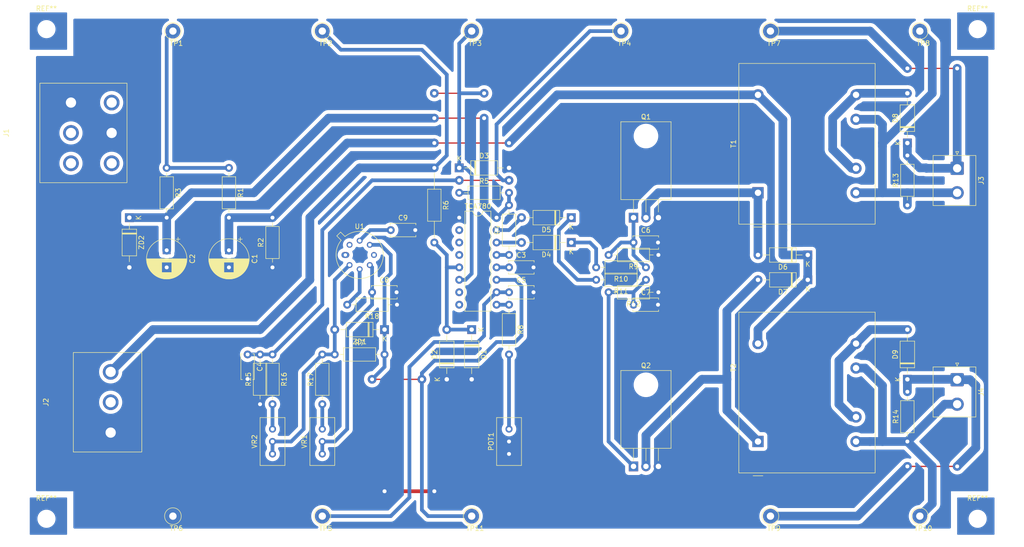
<source format=kicad_pcb>
(kicad_pcb (version 20240108) (generator "pcbnew") (generator_version "8.0")
  (layers (0 "F.Cu" signal) (31 "B.Cu" signal) (34 "B.Paste" user) (35 "F.Paste" user) (36 "B.SilkS" user "B.Silkscreen") (37 "F.SilkS" user "F.Silkscreen") (38 "B.Mask" user) (39 "F.Mask" user) (44 "Edge.Cuts" user))
  (net 0 "")
  (net 1 "CON1-4")
  (net 2 "Net-(D6-K)")
  (net 3 "Net-(ZD2-K)")
  (net 4 "Net-(C3-Pad1)")
  (net 5 "CON1-1")
  (net 6 "Net-(C5-Pad1)")
  (net 7 "Net-(Q1-B)")
  (net 8 "Net-(Q2-B)")
  (net 9 "-15V")
  (net 10 "+15V")
  (net 11 "Net-(D1-K)")
  (net 12 "CON1-2")
  (net 13 "Net-(D4-A)")
  (net 14 "Net-(D4-K)")
  (net 15 "Net-(D5-A)")
  (net 16 "Net-(D5-K)")
  (net 17 "Net-(D6-A)")
  (net 18 "Net-(D7-A)")
  (net 19 "Net-(D8-A)")
  (net 20 "Net-(D8-K)")
  (net 21 "Net-(D9-K)")
  (net 22 "Net-(D9-A)")
  (net 23 "CON1-3")
  (net 24 "CON1-6")
  (net 25 "CON2-2")
  (net 26 "CON2-3")
  (net 27 "Net-(POT1-Pad1)")
  (net 28 "Net-(R4-Pad1)")
  (net 29 "Net-(U1--)")
  (net 30 "Net-(ZD1-K)")
  (net 31 "Net-(R8-Pad1)")
  (net 32 "Net-(J3-Pin_2)")
  (net 33 "Net-(J4-Pin_2)")
  (net 34 "Net-(R16-Pad2)")
  (net 35 "Net-(R17-Pad1)")
  (net 36 "Net-(U1-+)")
  (footprint "Diode_THT:D_A-405_P10.16mm_Horizontal" (layer "F.Cu") (at 41.91 63.5 -90)
    (property "Reference" "ZD2")
    (property "Value" "05Z13U")
  )
  (footprint "MountingHole:MountingHole_3.2mm_M3" (layer "F.Cu") (at 25 125)
    (property "Reference" "REF**")
    (property "Value" "MountingHole_3.2mm_M3")
  )
  (footprint "TestPoint:TestPoint_Loop_D2.54mm_Drill1.5mm_Beaded" (layer "F.Cu") (at 111.76 25.4)
    (property "Reference" "TP3")
    (property "Value" "INHI")
  )
  (footprint "Diode_THT:D_A-405_P10.16mm_Horizontal" (layer "F.Cu") (at 132.08 63.5 180)
    (property "Reference" "D5")
    (property "Value" "1S2095A")
  )
  (footprint "Package_TO_SOT_THT:TO-220-3_Horizontal_TabDown" (layer "F.Cu") (at 144.78 63.5)
    (property "Reference" "Q1")
    (property "Value" "2SD686")
  )
  (footprint "Resistor_THT:R_Axial_DIN0207_L6.3mm_D2.5mm_P10.16mm_Horizontal" (layer "F.Cu") (at 62.23 53.34 -90)
    (property "Reference" "R1")
    (property "Value" "220ohm")
  )
  (footprint "Diode_THT:D_A-405_P10.16mm_Horizontal" (layer "F.Cu") (at 200.66 96.52 90)
    (property "Reference" "D9")
    (property "Value" "1S1835")
  )
  (footprint "Capacitor_THT:C_Disc_D5.0mm_W2.5mm_P5.00mm" (layer "F.Cu") (at 91.44 78.74)
    (property "Reference" "C8")
    (property "Value" "0.01uF")
  )
  (footprint "Diode_THT:D_A-405_P10.16mm_Horizontal" (layer "F.Cu") (at 200.66 48.26 90)
    (property "Reference" "D8")
    (property "Value" "1S1835")
  )
  (footprint "Resistor_THT:R_Axial_DIN0207_L6.3mm_D2.5mm_P10.16mm_Horizontal" (layer "F.Cu") (at 83.82 91.44)
    (property "Reference" "R7")
    (property "Value" "22k")
  )
  (footprint "Potentiometer_THT:Potentiometer_Bourns_3296W_Vertical" (layer "F.Cu") (at 81.28 106.68 90)
    (property "Reference" "VR1")
    (property "Value" "10k")
  )
  (footprint "Diode_THT:D_A-405_P10.16mm_Horizontal" (layer "F.Cu") (at 180.34 76.2 180)
    (property "Reference" "D7")
    (property "Value" "1S2095A")
  )
  (footprint "Resistor_THT:R_Axial_DIN0207_L6.3mm_D2.5mm_P10.16mm_Horizontal" (layer "F.Cu") (at 200.66 109.22 90)
    (property "Reference" "R14")
    (property "Value" "2.2k")
  )
  (footprint "Capacitor_THT:C_Disc_D5.0mm_W2.5mm_P5.00mm" (layer "F.Cu") (at 95.25 66.04)
    (property "Reference" "C9")
    (property "Value" "0.01uF")
  )
  (footprint "Connector_JST:JST_NV_B02P-NV_1x02_P5.00mm_Vertical" (layer "F.Cu") (at 210.82 96.6 -90)
    (property "Reference" "J4")
    (property "Value" "CON4")
  )
  (footprint "Capacitor_THT:CP_Radial_D8.0mm_P3.50mm" (layer "F.Cu") (at 62.23 70.16 -90)
    (property "Reference" "C1")
    (property "Value" "100uF //50V")
  )
  (footprint "Capacitor_THT:C_Disc_D5.0mm_W2.5mm_P5.00mm" (layer "F.Cu") (at 119.38 78.74)
    (property "Reference" "C5")
    (property "Value" "0.047uF")
  )
  (footprint "SamacSys_Parts:B06P-VL" (layer "F.Cu") (at 17.3 46.2 90)
    (property "Reference" "J1")
    (property "Value" "CON1")
  )
  (footprint "Diode_THT:D_A-405_P10.16mm_Horizontal" (layer "F.Cu") (at 109.22 53.34)
    (property "Reference" "D3")
    (property "Value" "1S2095A")
  )
  (footprint "MountingHole:MountingHole_3.2mm_M3" (layer "F.Cu") (at 215 25)
    (property "Reference" "REF**")
    (property "Value" "MountingHole_3.2mm_M3")
  )
  (footprint "Transformer_THT:Transformer_Myrra_EI30-5_44000_Horizontal" (layer "F.Cu") (at 170.18 58.42 90)
    (property "Reference" "T1")
    (property "Value" "SD-212BD")
  )
  (footprint "Transformer_THT:Transformer_Myrra_EI30-5_44000_Horizontal" (layer "F.Cu") (at 170.18 109.22 90)
    (property "Reference" "T2")
    (property "Value" "SD-212BD")
  )
  (footprint "TestPoint:TestPoint_Loop_D2.54mm_Drill1.5mm_Beaded" (layer "F.Cu") (at 50.8 124.46)
    (property "Reference" "TP6")
    (property "Value" "~")
  )
  (footprint "TestPoint:TestPoint_Loop_D2.54mm_Drill1.5mm_Beaded" (layer "F.Cu") (at 172.72 124.46)
    (property "Reference" "TP9")
    (property "Value" "~")
  )
  (footprint "Potentiometer_THT:Potentiometer_Bourns_3296W_Vertical" (layer "F.Cu") (at 71.12 106.68 90)
    (property "Reference" "VR2")
    (property "Value" "10k")
  )
  (footprint "TestPoint:TestPoint_Loop_D2.54mm_Drill1.5mm_Beaded" (layer "F.Cu") (at 111.76 124.46)
    (property "Reference" "TP11")
    (property "Value" "~")
  )
  (footprint "Capacitor_THT:C_Disc_D5.0mm_W2.5mm_P5.00mm" (layer "F.Cu") (at 66.04 91.44 -90)
    (property "Reference" "C4")
    (property "Value" "0.047uF")
  )
  (footprint "Resistor_THT:R_Axial_DIN0207_L6.3mm_D2.5mm_P10.16mm_Horizontal" (layer "F.Cu") (at 81.28 101.6 90)
    (property "Reference" "R17")
    (property "Value" "33k")
  )
  (footprint "TestPoint:TestPoint_Loop_D2.54mm_Drill1.5mm_Beaded" (layer "F.Cu") (at 203.2 25.4)
    (property "Reference" "TP8")
    (property "Value" "~")
  )
  (footprint "Resistor_THT:R_Axial_DIN0207_L6.3mm_D2.5mm_P10.16mm_Horizontal" (layer "F.Cu") (at 149.86 71.12 180)
    (property "Reference" "R9")
    (property "Value" "1k")
  )
  (footprint "MountingHole:MountingHole_3.2mm_M3" (layer "F.Cu") (at 215 125)
    (property "Reference" "REF**")
    (property "Value" "MountingHole_3.2mm_M3")
  )
  (footprint "Resistor_THT:R_Axial_DIN0207_L6.3mm_D2.5mm_P10.16mm_Horizontal" (layer "F.Cu") (at 71.12 91.44 -90)
    (property "Reference" "R16")
    (property "Value" "22k")
  )
  (footprint "Capacitor_THT:C_Disc_D5.0mm_W2.5mm_P5.00mm" (layer "F.Cu") (at 144.78 68.58)
    (property "Reference" "C6")
    (property "Value" "0.01uF")
  )
  (footprint "Potentiometer_THT:Potentiometer_Bourns_3296W_Vertical" (layer "F.Cu") (at 119.38 106.68 90)
    (property "Reference" "POT1")
    (property "Value" "50k")
  )
  (footprint "MountingHole:MountingHole_3.2mm_M3" (layer "F.Cu") (at 25 25)
    (property "Reference" "REF**")
    (property "Value" "MountingHole_3.2mm_M3")
  )
  (footprint "TestPoint:TestPoint_Loop_D2.54mm_Drill1.5mm_Beaded" (layer "F.Cu") (at 203.2 124.46)
    (property "Reference" "TP10")
    (property "Value" "~")
  )
  (footprint "Capacitor_THT:C_Disc_D5.0mm_W2.5mm_P5.00mm" (layer "F.Cu") (at 144.78 81.28)
    (property "Reference" "C7")
    (property "Value" "0.01uF")
  )
  (footprint "Diode_THT:D_A-405_P10.16mm_Horizontal" (layer "F.Cu") (at 180.34 71.12 180)
    (property "Reference" "D6")
    (property "Value" "1S2095A")
  )
  (footprint "Resistor_THT:R_Axial_DIN0207_L6.3mm_D2.5mm_P10.16mm_Horizontal" (layer "F.Cu") (at 71.12 73.66 90)
    (property "Reference" "R2")
    (property "Value" "680ohm")
  )
  (footprint "Resistor_THT:R_Axial_DIN0207_L6.3mm_D2.5mm_P10.16mm_Horizontal" (layer "F.Cu") (at 119.38 71.12 90)
    (property "Reference" "R4")
    (property "Value" "56k")
  )
  (footprint "Resistor_THT:R_Axial_DIN0207_L6.3mm_D2.5mm_P10.16mm_Horizontal" (layer "F.Cu") (at 68.58 101.6 90)
    (property "Reference" "R15")
    (property "Value" "1k")
  )
  (footprint "SamacSys_Parts:B03P-VL" (layer "F.Cu") (at 25.4 101.2 90)
    (property "Reference" "J2")
    (property "Value" "CON2")
  )
  (footprint "Resistor_THT:R_Axial_DIN0207_L6.3mm_D2.5mm_P10.16mm_Horizontal" (layer "F.Cu") (at 49.53 53.34 -90)
    (property "Reference" "R3")
    (property "Value" "220ohm")
  )
  (footprint "Diode_THT:D_A-405_P10.16mm_Horizontal" (layer "F.Cu") (at 111.76 86.36 -90)
    (property "Reference" "D1")
    (property "Value" "1S2095A")
  )
  (footprint "Package_TO_SOT_THT:TO-220-3_Horizontal_TabDown" (layer "F.Cu") (at 144.78 114.3)
    (property "Reference" "Q2")
    (property "Value" "2SD686")
  )
  (footprint "Resistor_THT:R_Axial_DIN0207_L6.3mm_D2.5mm_P15.24mm_Horizontal" (layer "F.Cu") (at 104.14 53.34 -90)
    (property "Reference" "R6")
    (property "Value" "1/2W 1.2M")
  )
  (footprint "Diode_THT:D_A-405_P10.16mm_Horizontal" (layer "F.Cu") (at 106.68 96.52 90)
    (property "Reference" "D2")
    (property "Value" "1S2095A")
  )
  (footprint "Resistor_THT:R_Axial_DIN0207_L6.3mm_D2.5mm_P10.16mm_Horizontal" (layer "F.Cu") (at 147.32 76.2 180)
    (property "Reference" "R11")
    (property "Value" "1k")
  )
  (footprint "TestPoint:TestPoint_Loop_D2.54mm_Drill1.5mm_Beaded" (layer "F.Cu") (at 81.28 124.46)
    (property "Reference" "TP5")
    (property "Value" "~")
  )
  (footprint "Resistor_THT:R_Axial_DIN0207_L6.3mm_D2.5mm_P10.16mm_Horizontal" (layer "F.Cu") (at 200.66 60.96 90)
    (property "Reference" "R13")
    (property "Value" "2.2k")
  )
  (footprint "Capacitor_THT:C_Disc_D5.0mm_W2.5mm_P5.00mm" (layer "F.Cu") (at 119.38 73.66)
    (property "Reference" "C3")
    (property "Value" "100pF")
  )
  (footprint "Resistor_THT:R_Axial_DIN0207_L6.3mm_D2.5mm_P10.16mm_Horizontal" (layer "F.Cu") (at 149.86 78.74 180)
    (property "Reference" "R12")
    (property "Value" "1k")
  )
  (footprint "Capacitor_THT:CP_Radial_D8.0mm_P3.50mm" (layer "F.Cu") (at 49.53 70.16 -90)
    (property "Reference" "C2")
    (property "Value" "100uF /50V")
  )
  (footprint "TestPoint:TestPoint_Loop_D2.54mm_Drill1.5mm_Beaded" (layer "F.Cu") (at 81.28 25.4)
    (property "Reference" "TP2")
    (property "Value" "~")
  )
  (footprint "Resistor_THT:R_Axial_DIN0207_L6.3mm_D2.5mm_P10.16mm_Horizontal" (layer "F.Cu") (at 96.52 81.28 180)
    (property "Reference" "R18")
    (property "Value" "10k")
  )
  (footprint "Package_DIP:DIP-16_W7.62mm" (layer "F.Cu") (at 109.22 63.5)
    (property "Reference" "TCA780")
    (property "Value" "~")
  )
  (footprint "TestPoint:TestPoint_Loop_D2.54mm_Drill1.5mm_Beaded" (layer "F.Cu") (at 50.8 25.4)
    (property "Reference" "TP1")
    (property "Value" "V+(+15V)")
  )
  (footprint "Connector_JST:JST_NV_B02P-NV_1x02_P5.00mm_Vertical" (layer "F.Cu") (at 210.82 53.42 -90)
    (property "Reference" "J3")
    (property "Value" "CON3")
  )
  (footprint "Resistor_THT:R_Axial_DIN0207_L6.3mm_D2.5mm_P10.16mm_Horizontal" (layer "F.Cu") (at 119.38 81.28 -90)
    (property "Reference" "R8")
    (property "Value" "36k")
  )
  (footprint "Diode_THT:D_A-405_P10.16mm_Horizontal" (layer "F.Cu") (at 93.98 86.36 180)
    (property "Reference" "ZD1")
    (property "Value" "9.1V")
  )
  (footprint "Diode_THT:D_A-405_P10.16mm_Horizontal" (layer "F.Cu") (at 132.08 68.58 180)
    (property "Reference" "D4")
    (property "Value" "1S2095A")
  )
  (footprint "TestPoint:TestPoint_Loop_D2.54mm_Drill1.5mm_Beaded" (layer "F.Cu") (at 172.72 25.4)
    (property "Reference" "TP7")
    (property "Value" "~")
  )
  (footprint "TestPoint:TestPoint_Loop_D2.54mm_Drill1.5mm_Beaded" (layer "F.Cu") (at 142.24 25.4)
    (property "Reference" "TP4")
    (property "Value" "~")
  )
  (footprint "Resistor_THT:R_Axial_DIN0207_L6.3mm_D2.5mm_P10.16mm_Horizontal" (layer "F.Cu") (at 109.22 58.42)
    (property "Reference" "R5")
    (property "Value" "1k")
  )
  (footprint "Package_TO_SOT_THT:TO-5-8" (layer "F.Cu") (at 85.985 71.12)
    (property "Reference" "U1")
    (property "Value" "AD741")
  )
  (footprint "Resistor_THT:R_Axial_DIN0207_L6.3mm_D2.5mm_P10.16mm_Horizontal" (layer "F.Cu") (at 147.32 73.66 180)
    (property "Reference" "R10")
    (property "Value" "1k")
  )
  (segment (start 104.14 119.38) (end 93.98 119.38) (width 0.762) (layer "F.Cu") (net 1))
  (via (at 93.98 119.38) (size 1.778) (drill 0.8128) (layers "F.Cu" "B.Cu") (net 1))
  (via (at 104.14 119.38) (size 1.778) (drill 0.8128) (layers "F.Cu" "B.Cu") (net 1))
  (segment (start 96.52 116.84) (end 96.52 81.28) (width 1.778) (layer "B.Cu") (net 1))
  (segment (start 109.22 63.5) (end 102.87 63.5) (width 1.778) (layer "B.Cu") (net 1))
  (segment (start 119.38 109.22) (end 116.84 109.22) (width 1.778) (layer "B.Cu") (net 1))
  (segment (start 50.8 107.4) (end 30.48 107.4) (width 1.778) (layer "B.Cu") (net 1))
  (segment (start 124.38 78.74) (end 127 78.74) (width 1.778) (layer "B.Cu") (net 1))
  (segment (start 50.8 119.38) (end 50.8 107.4) (width 1.778) (layer "B.Cu") (net 1))
  (segment (start 119.38 53.34) (end 123.19 53.34) (width 1.778) (layer "B.Cu") (net 1))
  (segment (start 123.19 53.34) (end 127 57.15) (width 1.778) (layer "B.Cu") (net 1))
  (segment (start 127 57.15) (end 127 73.66) (width 1.778) (layer "B.Cu") (net 1))
  (segment (start 100.25 66.04) (end 99.06 67.23) (width 1.778) (layer "B.Cu") (net 1))
  (segment (start 128.27 78.74) (end 128.27 119.3) (width 1.778) (layer "B.Cu") (net 1))
  (segment (start 99.06 76.12) (end 96.44 78.74) (width 1.778) (layer "B.Cu") (net 1))
  (segment (start 96.52 81.28) (end 96.44 81.2) (width 1.778) (layer "B.Cu") (net 1))
  (segment (start 93.98 119.38) (end 50.8 119.38) (width 1.778) (layer "B.Cu") (net 1))
  (segment (start 149.86 81.2) (end 149.78 81.28) (width 1.778) (layer "B.Cu") (net 1))
  (segment (start 93.98 119.38) (end 96.52 116.84) (width 1.778) (layer "B.Cu") (net 1))
  (segment (start 116.84 109.22) (end 111.76 104.14) (width 1.778) (layer "B.Cu") (net 1))
  (segment (start 149.86 114.3) (end 149.86 119.38) (width 1.778) (layer "B.Cu") (net 1))
  (segment (start 119.38 119.38) (end 119.38 109.22) (width 1.778) (layer "B.Cu") (net 1))
  (segment (start 66.04 101.6) (end 66.04 96.44) (width 1.778) (layer "B.Cu") (net 1))
  (segment (start 149.86 119.38) (end 119.38 119.38) (width 1.778) (layer "B.Cu") (net 1))
  (segment (start 68.58 101.6) (end 66.04 101.6) (width 1.778) (layer "B.Cu") (net 1))
  (segment (start 60.24 107.4) (end 50.8 107.4) (width 1.778) (layer "B.Cu") (net 1))
  (segment (start 30.48 85.09) (end 41.91 73.66) (width 1.778) (layer "B.Cu") (net 1))
  (segment (start 119.38 119.38) (end 104.14 119.38) (width 1.778) (layer "B.Cu") (net 1))
  (segment (start 102.87 63.5) (end 100.33 66.04) (width 1.778) (layer "B.Cu") (net 1))
  (segment (start 100.33 66.04) (end 100.25 66.04) (width 1.778) (layer "B.Cu") (net 1))
  (segment (start 111.76 96.52) (end 106.68 96.52) (width 1.778) (layer "B.Cu") (net 1))
  (segment (start 96.44 81.2) (end 96.44 78.74) (width 1.778) (layer "B.Cu") (net 1))
  (segment (start 99.06 67.23) (end 99.06 76.12) (width 1.778) (layer "B.Cu") (net 1))
  (segment (start 66.04 101.6) (end 60.24 107.4) (width 1.778) (layer "B.Cu") (net 1))
  (segment (start 111.76 104.14) (end 111.76 96.52) (width 1.778) (layer "B.Cu") (net 1))
  (segment (start 124.38 73.66) (end 127 73.66) (width 1.778) (layer "B.Cu") (net 1))
  (segment (start 50.8 124.46) (end 50.8 119.38) (width 1.778) (layer "B.Cu") (net 1))
  (segment (start 127 73.66) (end 127 78.74) (width 1.778) (layer "B.Cu") (net 1))
  (segment (start 149.86 63.5) (end 149.86 81.2) (width 1.778) (layer "B.Cu") (net 1))
  (segment (start 41.91 73.66) (end 71.12 73.66) (width 1.778) (layer "B.Cu") (net 1))
  (segment (start 30.48 107.4) (end 30.48 85.09) (width 1.778) (layer "B.Cu") (net 1))
  (segment (start 119.38 48.26) (end 118.11 48.26) (width 0.25) (layer "F.Cu") (net 2))
  (segment (start 118.11 48.26) (end 104.14 48.26) (width 0.25) (layer "F.Cu") (net 2))
  (via (at 104.14 48.26) (size 1.778) (drill 0.8128) (layers "F.Cu" "B.Cu") (net 2))
  (via (at 119.38 48.26) (size 1.778) (drill 0.8128) (layers "F.Cu" "B.Cu") (net 2))
  (segment (start 71.12 63.5) (end 62.23 63.5) (width 1.778) (layer "B.Cu") (net 2))
  (segment (start 86.36 48.26) (end 71.12 63.5) (width 1.778) (layer "B.Cu") (net 2))
  (segment (start 129.22 38.42) (end 119.38 48.26) (width 1.778) (layer "B.Cu") (net 2))
  (segment (start 62.23 70.16) (end 62.23 63.5) (width 1.778) (layer "B.Cu") (net 2))
  (segment (start 170.18 38.42) (end 129.22 38.42) (width 1.778) (layer "B.Cu") (net 2))
  (segment (start 104.14 48.26) (end 86.36 48.26) (width 1.778) (layer "B.Cu") (net 2))
  (segment (start 170.18 86.36) (end 170.18 89.22) (width 1.778) (layer "B.Cu") (net 2))
  (segment (start 175.26 43.5) (end 170.18 38.42) (width 1.778) (layer "B.Cu") (net 2))
  (segment (start 175.26 66.04) (end 175.26 43.5) (width 1.778) (layer "B.Cu") (net 2))
  (segment (start 175.26 71.12) (end 175.26 66.04) (width 1.778) (layer "B.Cu") (net 2))
  (segment (start 180.34 71.12) (end 180.34 76.2) (width 1.778) (layer "B.Cu") (net 2))
  (segment (start 180.34 76.2) (end 170.18 86.36) (width 1.778) (layer "B.Cu") (net 2))
  (segment (start 180.34 71.12) (end 175.26 71.12) (width 1.778) (layer "B.Cu") (net 2))
  (segment (start 114.3 43.18) (end 104.14 43.18) (width 0.25) (layer "F.Cu") (net 3))
  (via (at 114.3 43.18) (size 1.778) (drill 0.8128) (layers "F.Cu" "B.Cu") (net 3))
  (via (at 104.14 43.18) (size 1.778) (drill 0.8128) (layers "F.Cu" "B.Cu") (net 3))
  (segment (start 82.55 43.18) (end 67.31 58.42) (width 1.778) (layer "B.Cu") (net 3))
  (segment (start 114.3 43.18) (end 114.3 60.96) (width 1.778) (layer "B.Cu") (net 3))
  (segment (start 119.38 60.96) (end 116.84 63.5) (width 0.762) (layer "B.Cu") (net 3))
  (segment (start 119.38 58.42) (end 119.38 60.96) (width 0.762) (layer "B.Cu") (net 3))
  (segment (start 49.53 70.16) (end 49.53 63.5) (width 1.778) (layer "B.Cu") (net 3))
  (segment (start 41.91 63.5) (end 49.53 63.5) (width 1.778) (layer "B.Cu") (net 3))
  (segment (start 114.3 60.96) (end 116.84 63.5) (width 1.778) (layer "B.Cu") (net 3))
  (segment (start 54.61 58.42) (end 49.53 63.5) (width 1.778) (layer "B.Cu") (net 3))
  (segment (start 67.31 58.42) (end 54.61 58.42) (width 1.778) (layer "B.Cu") (net 3))
  (segment (start 104.14 43.18) (end 82.55 43.18) (width 1.778) (layer "B.Cu") (net 3))
  (segment (start 116.84 73.66) (end 119.38 73.66) (width 0.762) (layer "B.Cu") (net 4))
  (segment (start 109.22 55.88) (end 119.38 55.88) (width 0.25) (layer "F.Cu") (net 5))
  (via (at 119.38 55.88) (size 1.778) (drill 0.8128) (layers "F.Cu" "B.Cu") (net 5))
  (via (at 109.22 55.88) (size 1.778) (drill 0.8128) (layers "F.Cu" "B.Cu") (net 5))
  (segment (start 71.12 91.44) (end 81.28 81.28) (width 0.762) (layer "B.Cu") (net 5))
  (segment (start 81.28 81.28) (end 81.28 66.04) (width 0.762) (layer "B.Cu") (net 5))
  (segment (start 91.44 55.88) (end 109.22 55.88) (width 0.762) (layer "B.Cu") (net 5))
  (segment (start 135.89 25.4) (end 142.24 25.4) (width 0.762) (layer "B.Cu") (net 5))
  (segment (start 118.11 55.88) (end 116.84 54.61) (width 0.762) (layer "B.Cu") (net 5))
  (segment (start 81.28 66.04) (end 91.44 55.88) (width 0.762) (layer "B.Cu") (net 5))
  (segment (start 66.04 91.44) (end 71.12 91.44) (width 0.762) (layer "B.Cu") (net 5))
  (segment (start 116.84 44.45) (end 135.89 25.4) (width 0.762) (layer "B.Cu") (net 5))
  (segment (start 116.84 54.61) (end 116.84 44.45) (width 0.762) (layer "B.Cu") (net 5))
  (segment (start 119.38 55.88) (end 118.11 55.88) (width 0.762) (layer "B.Cu") (net 5))
  (segment (start 113.03 88.9) (end 114.3 87.63) (width 0.762) (layer "B.Cu") (net 6))
  (segment (start 114.3 81.28) (end 116.84 78.74) (width 0.762) (layer "B.Cu") (net 6))
  (segment (start 95.25 124.46) (end 99.06 120.65) (width 0.762) (layer "B.Cu") (net 6))
  (segment (start 114.3 87.63) (end 114.3 81.28) (width 0.762) (layer "B.Cu") (net 6))
  (segment (start 99.06 93.98) (end 104.14 88.9) (width 0.762) (layer "B.Cu") (net 6))
  (segment (start 104.14 88.9) (end 113.03 88.9) (width 0.762) (layer "B.Cu") (net 6))
  (segment (start 81.28 124.46) (end 95.25 124.46) (width 0.762) (layer "B.Cu") (net 6))
  (segment (start 99.06 120.65) (end 99.06 93.98) (width 0.762) (layer "B.Cu") (net 6))
  (segment (start 116.84 78.74) (end 119.38 78.74) (width 0.762) (layer "B.Cu") (net 6))
  (segment (start 142.24 68.58) (end 139.7 71.12) (width 0.762) (layer "B.Cu") (net 7))
  (segment (start 144.78 71.12) (end 144.78 68.58) (width 0.762) (layer "B.Cu") (net 7))
  (segment (start 144.78 68.58) (end 142.24 68.58) (width 0.762) (layer "B.Cu") (net 7))
  (segment (start 144.78 63.5) (end 144.78 68.58) (width 0.762) (layer "B.Cu") (net 7))
  (segment (start 147.32 73.66) (end 144.78 71.12) (width 0.762) (layer "B.Cu") (net 7))
  (segment (start 139.7 109.22) (end 144.78 114.3) (width 0.762) (layer "B.Cu") (net 8))
  (segment (start 139.7 78.74) (end 144.78 78.74) (width 0.762) (layer "B.Cu") (net 8))
  (segment (start 147.32 76.2) (end 144.78 78.74) (width 0.762) (layer "B.Cu") (net 8))
  (segment (start 139.7 78.74) (end 139.7 109.22) (width 0.762) (layer "B.Cu") (net 8))
  (segment (start 144.78 78.74) (end 144.78 81.28) (width 0.762) (layer "B.Cu") (net 8))
  (segment (start 83.82 109.22) (end 81.28 109.22) (width 0.762) (layer "B.Cu") (net 9))
  (segment (start 90.969752 73.184752) (end 91.44 73.655) (width 0.762) (layer "B.Cu") (net 9))
  (segment (start 86.36 106.68) (end 83.82 109.22) (width 0.762) (layer "B.Cu") (net 9))
  (segment (start 86.36 86.36) (end 86.36 106.68) (width 0.762) (layer "B.Cu") (net 9))
  (segment (start 91.44 78.74) (end 91.44 81.28) (width 0.762) (layer "B.Cu") (net 9))
  (segment (start 81.28 109.22) (end 81.28 111.76) (width 0.762) (layer "B.Cu") (net 9))
  (segment (start 91.44 81.28) (end 86.36 86.36) (width 0.762) (layer "B.Cu") (net 9))
  (segment (start 91.44 78.74) (end 91.44 73.655) (width 0.762) (layer "B.Cu") (net 9))
  (segment (start 91.065 66.04) (end 88.905 68.2) (width 0.762) (layer "B.Cu") (net 10))
  (segment (start 95.25 66.04) (end 91.065 66.04) (width 0.762) (layer "B.Cu") (net 10))
  (segment (start 109.22 73.66) (end 106.68 73.66) (width 0.762) (layer "B.Cu") (net 11))
  (segment (start 106.68 86.36) (end 106.68 73.66) (width 0.762) (layer "B.Cu") (net 11))
  (segment (start 106.68 73.66) (end 106.68 71.12) (width 0.762) (layer "B.Cu") (net 11))
  (segment (start 106.68 86.36) (end 111.76 86.36) (width 0.762) (layer "B.Cu") (net 11))
  (segment (start 106.68 71.12) (end 104.14 68.58) (width 0.762) (layer "B.Cu") (net 11))
  (segment (start 49.53 53.34) (end 62.23 53.34) (width 0.762) (layer "B.Cu") (net 12))
  (segment (start 49.53 26.67) (end 49.53 53.34) (width 0.762) (layer "B.Cu") (net 12))
  (segment (start 50.8 25.4) (end 49.53 26.67) (width 0.762) (layer "B.Cu") (net 12))
  (segment (start 116.84 68.58) (end 121.92 68.58) (width 0.762) (layer "B.Cu") (net 13))
  (segment (start 135.89 68.58) (end 137.16 69.85) (width 0.762) (layer "B.Cu") (net 14))
  (segment (start 137.16 69.85) (end 137.16 73.66) (width 0.762) (layer "B.Cu") (net 14))
  (segment (start 132.08 68.58) (end 135.89 68.58) (width 0.762) (layer "B.Cu") (net 14))
  (segment (start 116.84 66.04) (end 119.38 66.04) (width 0.762) (layer "B.Cu") (net 15))
  (segment (start 119.38 66.04) (end 121.92 63.5) (width 0.762) (layer "B.Cu") (net 15))
  (segment (start 132.08 63.5) (end 129.54 66.04) (width 0.762) (layer "B.Cu") (net 16))
  (segment (start 133.35 76.2) (end 137.16 76.2) (width 0.762) (layer "B.Cu") (net 16))
  (segment (start 129.54 72.39) (end 133.35 76.2) (width 0.762) (layer "B.Cu") (net 16))
  (segment (start 129.54 66.04) (end 129.54 72.39) (width 0.762) (layer "B.Cu") (net 16))
  (segment (start 147.32 60.96) (end 147.32 63.5) (width 1.778) (layer "B.Cu") (net 17))
  (segment (start 149.86 58.42) (end 147.32 60.96) (width 1.778) (layer "B.Cu") (net 17))
  (segment (start 170.18 58.42) (end 149.86 58.42) (width 1.778) (layer "B.Cu") (net 17))
  (segment (start 170.18 71.12) (end 170.18 58.42) (width 1.778) (layer "B.Cu") (net 17))
  (segment (start 163.83 96.52) (end 158.75 96.52) (width 1.778) (layer "B.Cu") (net 18))
  (segment (start 158.75 96.52) (end 147.32 107.95) (width 1.778) (layer "B.Cu") (net 18))
  (segment (start 163.83 102.87) (end 170.18 109.22) (width 1.778) (layer "B.Cu") (net 18))
  (segment (start 163.83 82.55) (end 163.83 96.52) (width 1.778) (layer "B.Cu") (net 18))
  (segment (start 163.83 96.52) (end 163.83 102.87) (width 1.778) (layer "B.Cu") (net 18))
  (segment (start 170.18 76.2) (end 163.83 82.55) (width 1.778) (layer "B.Cu") (net 18))
  (segment (start 147.32 107.95) (end 147.32 114.3) (width 1.778) (layer "B.Cu") (net 18))
  (segment (start 200.66 38.1) (end 190.5 38.1) (width 1.778) (layer "B.Cu") (net 19))
  (segment (start 185.42 49.53) (end 185.42 43.18) (width 1.778) (layer "B.Cu") (net 19))
  (segment (start 185.42 43.18) (end 190.18 38.42) (width 1.778) (layer "B.Cu") (net 19))
  (segment (start 189.31 53.42) (end 185.42 49.53) (width 1.778) (layer "B.Cu") (net 19))
  (segment (start 190.5 38.1) (end 190.18 38.42) (width 1.778) (layer "B.Cu") (net 19))
  (segment (start 190.18 53.42) (end 189.31 53.42) (width 1.778) (layer "B.Cu") (net 19))
  (segment (start 200.66 33.02) (end 210.82 33.02) (width 0.25) (layer "F.Cu") (net 20))
  (via (at 200.66 33.02) (size 1.778) (drill 0.8128) (layers "F.Cu" "B.Cu") (net 20))
  (via (at 210.82 33.02) (size 1.778) (drill 0.8128) (layers "F.Cu" "B.Cu") (net 20))
  (segment (start 204.47 53.34) (end 204.55 53.42) (width 1.778) (layer "B.Cu") (net 20))
  (segment (start 200.66 48.26) (end 200.66 50.8) (width 1.778) (layer "B.Cu") (net 20))
  (segment (start 200.66 50.8) (end 203.2 53.34) (width 1.778) (layer "B.Cu") (net 20))
  (segment (start 172.72 25.4) (end 193.04 25.4) (width 1.778) (layer "B.Cu") (net 20))
  (segment (start 210.82 33.02) (end 210.82 53.42) (width 1.778) (layer "B.Cu") (net 20))
  (segment (start 193.04 25.4) (end 200.66 33.02) (width 1.778) (layer "B.Cu") (net 20))
  (segment (start 203.2 53.34) (end 204.47 53.34) (width 1.778) (layer "B.Cu") (net 20))
  (segment (start 204.55 53.42) (end 210.82 53.42) (width 1.778) (layer "B.Cu") (net 20))
  (segment (start 200.66 114.3) (end 210.82 114.3) (width 0.25) (layer "F.Cu") (net 21))
  (via (at 200.66 114.3) (size 1.778) (drill 0.8128) (layers "F.Cu" "B.Cu") (net 21))
  (via (at 210.82 114.3) (size 1.778) (drill 0.8128) (layers "F.Cu" "B.Cu") (net 21))
  (segment (start 213.44 96.6) (end 210.82 96.6) (width 1.778) (layer "B.Cu") (net 21))
  (segment (start 200.66 99.06) (end 200.66 96.52) (width 1.778) (layer "B.Cu") (net 21))
  (segment (start 190.5 124.46) (end 200.66 114.3) (width 1.778) (layer "B.Cu") (net 21))
  (segment (start 172.72 124.46) (end 190.5 124.46) (width 1.778) (layer "B.Cu") (net 21))
  (segment (start 214.63 110.49) (end 214.63 97.79) (width 1.778) (layer "B.Cu") (net 21))
  (segment (start 214.63 97.79) (end 213.44 96.6) (width 1.778) (layer "B.Cu") (net 21))
  (segment (start 200.66 96.52) (end 210.74 96.52) (width 1.778) (layer "B.Cu") (net 21))
  (segment (start 210.74 96.52) (end 210.82 96.6) (width 1.778) (layer "B.Cu") (net 21))
  (segment (start 210.82 114.3) (end 214.63 110.49) (width 1.778) (layer "B.Cu") (net 21))
  (segment (start 189.31 104.22) (end 186.69 101.6) (width 1.778) (layer "B.Cu") (net 22))
  (segment (start 190.18 104.22) (end 189.31 104.22) (width 1.778) (layer "B.Cu") (net 22))
  (segment (start 186.69 92.71) (end 190.18 89.22) (width 1.778) (layer "B.Cu") (net 22))
  (segment (start 186.69 101.6) (end 186.69 92.71) (width 1.778) (layer "B.Cu") (net 22))
  (segment (start 200.66 86.36) (end 193.04 86.36) (width 1.778) (layer "B.Cu") (net 22))
  (segment (start 193.04 86.36) (end 190.18 89.22) (width 1.778) (layer "B.Cu") (net 22))
  (segment (start 113.03 38.1) (end 104.14 38.1) (width 0.25) (layer "F.Cu") (net 23))
  (segment (start 114.3 38.1) (end 113.03 38.1) (width 0.25) (layer "F.Cu") (net 23))
  (via (at 104.14 38.1) (size 1.778) (drill 0.8128) (layers "F.Cu" "B.Cu") (net 23))
  (via (at 114.3 38.1) (size 1.778) (drill 0.8128) (layers "F.Cu" "B.Cu") (net 23))
  (segment (start 109.22 38.1) (end 109.22 27.94) (width 0.762) (layer "B.Cu") (net 23))
  (segment (start 109.22 53.34) (end 110.49 53.34) (width 0.762) (layer "B.Cu") (net 23))
  (segment (start 110.49 53.34) (end 111.76 54.61) (width 0.762) (layer "B.Cu") (net 23))
  (segment (start 111.76 74.93) (end 111.76 58.42) (width 0.762) (layer "B.Cu") (net 23))
  (segment (start 109.22 27.94) (end 111.76 25.4) (width 0.762) (layer "B.Cu") (net 23))
  (segment (start 111.76 54.61) (end 111.76 58.42) (width 0.762) (layer "B.Cu") (net 23))
  (segment (start 109.22 53.34) (end 109.22 38.1) (width 0.762) (layer "B.Cu") (net 23))
  (segment (start 109.22 38.1) (end 114.3 38.1) (width 0.762) (layer "B.Cu") (net 23))
  (segment (start 109.22 76.2) (end 110.49 76.2) (width 0.762) (layer "B.Cu") (net 23))
  (segment (start 110.49 76.2) (end 111.76 74.93) (width 0.762) (layer "B.Cu") (net 23))
  (segment (start 111.76 58.42) (end 109.22 58.42) (width 0.762) (layer "B.Cu") (net 23))
  (segment (start 78.74 76.2) (end 78.74 63.5) (width 1.778) (layer "B.Cu") (net 26))
  (segment (start 46.74 86.36) (end 68.58 86.36) (width 1.778) (layer "B.Cu") (net 26))
  (segment (start 68.58 86.36) (end 78.74 76.2) (width 1.778) (layer "B.Cu") (net 26))
  (segment (start 78.74 63.5) (end 88.9 53.34) (width 1.778) (layer "B.Cu") (net 26))
  (segment (start 38.1 95) (end 46.74 86.36) (width 1.778) (layer "B.Cu") (net 26))
  (segment (start 106.68 34.29) (end 106.68 50.8) (width 0.762) (layer "B.Cu") (net 26))
  (segment (start 81.28 25.4) (end 85.09 29.21) (width 0.762) (layer "B.Cu") (net 26))
  (segment (start 106.68 50.8) (end 104.14 53.34) (width 0.762) (layer "B.Cu") (net 26))
  (segment (start 88.9 53.34) (end 104.14 53.34) (width 1.778) (layer "B.Cu") (net 26))
  (segment (start 101.6 29.21) (end 106.68 34.29) (width 0.762) (layer "B.Cu") (net 26))
  (segment (start 85.09 29.21) (end 101.6 29.21) (width 0.762) (layer "B.Cu") (net 26))
  (segment (start 119.38 91.44) (end 119.38 106.68) (width 0.762) (layer "B.Cu") (net 27))
  (segment (start 116.84 71.12) (end 119.38 71.12) (width 0.762) (layer "B.Cu") (net 28))
  (segment (start 83.82 76.205) (end 83.82 91.44) (width 0.762) (layer "B.Cu") (net 29))
  (segment (start 77.47 95.25) (end 81.28 91.44) (width 0.762) (layer "B.Cu") (net 29))
  (segment (start 71.12 109.22) (end 74.93 109.22) (width 0.762) (layer "B.Cu") (net 29))
  (segment (start 77.47 106.68) (end 77.47 95.25) (width 0.762) (layer "B.Cu") (net 29))
  (segment (start 71.12 111.76) (end 71.12 109.22) (width 0.762) (layer "B.Cu") (net 29))
  (segment (start 74.93 109.22) (end 77.47 106.68) (width 0.762) (layer "B.Cu") (net 29))
  (segment (start 83.82 91.44) (end 81.28 91.44) (width 0.762) (layer "B.Cu") (net 29))
  (segment (start 86.840248 73.184752) (end 83.82 76.205) (width 0.762) (layer "B.Cu") (net 29))
  (segment (start 101.6 96.52) (end 91.44 96.52) (width 0.25) (layer "F.Cu") (net 30))
  (via (at 101.6 96.52) (size 1.778) (drill 0.8128) (layers "F.Cu" "B.Cu") (net 30))
  (via (at 91.44 96.52) (size 1.778) (drill 0.8128) (layers "F.Cu" "B.Cu") (net 30))
  (segment (start 90.969752 69.055248) (end 93.185248 69.055248) (width 0.762) (layer "B.Cu") (net 30))
  (segment (start 101.6 95.25) (end 104.14 92.71) (width 0.762) (layer "B.Cu") (net 30))
  (segment (start 102.87 124.46) (end 111.76 124.46) (width 0.762) (layer "B.Cu") (net 30))
  (segment (start 116.84 88.9) (end 120.65 88.9) (width 0.762) (layer "B.Cu") (net 30))
  (segment (start 93.185248 69.055248) (end 95.25 71.12) (width 0.762) (layer "B.Cu") (net 30))
  (segment (start 93.98 76.2) (end 93.98 93.98) (width 0.762) (layer "B.Cu") (net 30))
  (segment (start 120.65 88.9) (end 121.92 87.63) (width 0.762) (layer "B.Cu") (net 30))
  (segment (start 101.6 96.52) (end 101.6 123.19) (width 0.762) (layer "B.Cu") (net 30))
  (segment (start 121.92 87.63) (end 121.92 77.47) (width 0.762) (layer "B.Cu") (net 30))
  (segment (start 120.65 76.2) (end 116.84 76.2) (width 0.762) (layer "B.Cu") (net 30))
  (segment (start 95.25 74.93) (end 93.98 76.2) (width 0.762) (layer "B.Cu") (net 30))
  (segment (start 113.03 92.71) (end 116.84 88.9) (width 0.762) (layer "B.Cu") (net 30))
  (segment (start 121.92 77.47) (end 120.65 76.2) (width 0.762) (layer "B.Cu") (net 30))
  (segment (start 104.14 92.71) (end 113.03 92.71) (width 0.762) (layer "B.Cu") (net 30))
  (segment (start 101.6 96.52) (end 101.6 95.25) (width 0.762) (layer "B.Cu") (net 30))
  (segment (start 101.6 123.19) (end 102.87 124.46) (width 0.762) (layer "B.Cu") (net 30))
  (segment (start 93.98 93.98) (end 91.44 96.52) (width 0.762) (layer "B.Cu") (net 30))
  (segment (start 95.25 71.12) (end 95.25 74.93) (width 0.762) (layer "B.Cu") (net 30))
  (segment (start 116.84 81.28) (end 119.38 81.28) (width 0.762) (layer "B.Cu") (net 31))
  (segment (start 194.55 43.42) (end 195.58 44.45) (width 1.778) (layer "B.Cu") (net 32))
  (segment (start 203.2 25.4) (end 205.74 27.94) (width 1.778) (layer "B.Cu") (net 32))
  (segment (start 195.58 48.9) (end 195.58 58.42) (width 1.778) (layer "B.Cu") (net 32))
  (segment (start 205.74 38.1) (end 195.58 48.26) (width 1.778) (layer "B.Cu") (net 32))
  (segment (start 200.66 60.96) (end 200.66 58.42) (width 1.778) (layer "B.Cu") (net 32))
  (segment (start 194.31 58.42) (end 200.66 58.42) (width 1.778) (layer "B.Cu") (net 32))
  (segment (start 205.74 27.94) (end 205.74 38.1) (width 1.778) (layer "B.Cu") (net 32))
  (segment (start 190.18 58.42) (end 194.31 58.42) (width 1.778) (layer "B.Cu") (net 32))
  (segment (start 195.58 44.45) (end 195.58 48.26) (width 1.778) (layer "B.Cu") (net 32))
  (segment (start 200.66 58.42) (end 210.82 58.42) (width 1.778) (layer "B.Cu") (net 32))
  (segment (start 190.18 43.42) (end 194.55 43.42) (width 1.778) (layer "B.Cu") (net 32))
  (segment (start 195.58 48.26) (end 195.58 48.9) (width 1.778) (layer "B.Cu") (net 32))
  (segment (start 193.04 109.22) (end 190.18 109.22) (width 1.778) (layer "B.Cu") (net 33))
  (segment (start 192.01 94.22) (end 195.58 97.79) (width 1.778) (layer "B.Cu") (net 33))
  (segment (start 208.28 101.6) (end 200.66 109.22) (width 1.778) (layer "B.Cu") (net 33))
  (segment (start 210.82 101.6) (end 208.28 101.6) (width 1.778) (layer "B.Cu") (net 33))
  (segment (start 205.74 121.92) (end 203.2 124.46) (width 1.778) (layer "B.Cu") (net 33))
  (segment (start 200.66 109.22) (end 193.04 109.22) (width 1.778) (layer "B.Cu") (net 33))
  (segment (start 200.66 109.22) (end 205.74 114.3) (width 1.778) (layer "B.Cu") (net 33))
  (segment (start 205.74 114.3) (end 205.74 121.92) (width 1.778) (layer "B.Cu") (net 33))
  (segment (start 190.18 94.22) (end 192.01 94.22) (width 1.778) (layer "B.Cu") (net 33))
  (segment (start 195.58 97.79) (end 195.58 109.22) (width 1.778) (layer "B.Cu") (net 33))
  (segment (start 71.12 101.6) (end 71.12 106.68) (width 0.762) (layer "B.Cu") (net 34))
  (segment (start 81.28 101.6) (end 81.28 106.68) (width 0.762) (layer "B.Cu") (net 35))
  (segment (start 88.905 78.735) (end 86.36 81.28) (width 0.762) (layer "B.Cu") (net 36))
  (segment (start 88.905 74.04) (end 88.905 78.735) (width 0.762) (layer "B.Cu") (net 36))
  (zone (net 0) (net_name "") (layer "B.Cu") (priority 10) (connect_pads yes (clearance 0.508)) (min_thickness 0.254) (fill yes (thermal_gap 0.508) (thermal_bridge_width 0.508) (island_removal_mode 1) (island_area_min 9.999999))
    (polygon (pts (xy 21.59 21.59) (xy 21.59 29.21) (xy 29.21 29.21) (xy 29.21 21.59)))
  )
  (zone (net 0) (net_name "") (layer "B.Cu") (priority 10) (connect_pads yes (clearance 0.508)) (min_thickness 0.254) (fill yes (thermal_gap 0.508) (thermal_bridge_width 0.508) (island_removal_mode 1) (island_area_min 9.999999))
    (polygon (pts (xy 21.59 128.27) (xy 29.21 128.27) (xy 29.21 120.65) (xy 21.59 120.65)))
  )
  (zone (net 0) (net_name "") (layer "B.Cu") (priority 10) (connect_pads yes (clearance 0.508)) (min_thickness 0.254) (fill yes (thermal_gap 0.508) (thermal_bridge_width 0.508) (island_removal_mode 1) (island_area_min 9.999999))
    (polygon (pts (xy 210.82 21.59) (xy 210.82 29.21) (xy 218.44 29.21) (xy 218.44 21.59)))
  )
  (zone (net 0) (net_name "") (layer "B.Cu") (connect_pads (clearance 0)) (min_thickness 0.25)
    (keepout (tracks not_allowed) (vias not_allowed) (pads not_allowed) (copperpour not_allowed) (footprints allowed))
    (fill (thermal_gap 0.5) (thermal_bridge_width 0.5))
    (polygon (pts (xy 19.05 29.21) (xy 19.05 30.48) (xy 30.48 30.48) (xy 30.48 19.05) (xy 29.21 19.05) (xy 29.21 29.21)))
  )
  (zone (net 0) (net_name "") (layer "B.Cu") (connect_pads yes (clearance 0)) (min_thickness 0.508)
    (keepout (tracks allowed) (vias allowed) (pads allowed) (copperpour not_allowed) (footprints allowed))
    (fill (thermal_gap 0.508) (thermal_bridge_width 0.508) (island_removal_mode 1) (island_area_min 9.999999))
    (polygon (pts (xy 208.28 93.98) (xy 208.28 104.14) (xy 213.36 104.14) (xy 213.36 93.98)))
  )
  (zone (net 1) (net_name "CON1-4") (layer "B.Cu") (priority 1) (connect_pads yes (clearance 0.762)) (min_thickness 0.508) (fill yes (thermal_gap 0.508) (thermal_bridge_width 0.508) (island_removal_mode 1) (island_area_min 9.999999))
    (polygon (pts (xy 22.86 22.86) (xy 22.86 127) (xy 217.17 127) (xy 217.17 22.86)))
  )
  (zone (net 0) (net_name "") (layer "B.Cu") (connect_pads yes (clearance 0)) (min_thickness 0.508)
    (keepout (tracks allowed) (vias allowed) (pads allowed) (copperpour not_allowed) (footprints allowed))
    (fill (thermal_gap 0.508) (thermal_bridge_width 0.508) (island_removal_mode 1) (island_area_min 9.999999))
    (polygon (pts (xy 208.28 50.8) (xy 208.28 60.96) (xy 213.36 60.96) (xy 213.36 50.8)))
  )
  (zone (net 0) (net_name "") (layer "B.Cu") (connect_pads (clearance 0)) (min_thickness 0.25)
    (keepout (tracks not_allowed) (vias not_allowed) (pads not_allowed) (copperpour not_allowed) (footprints allowed))
    (fill (thermal_gap 0.5) (thermal_bridge_width 0.5))
    (polygon (pts (xy 210.82 19.05) (xy 209.55 19.05) (xy 209.55 30.48) (xy 220.98 30.48) (xy 220.98 29.21) (xy 210.82 29.21)))
  )
  (zone (net 0) (net_name "") (layer "B.Cu") (connect_pads (clearance 0)) (min_thickness 0.25)
    (keepout (tracks not_allowed) (vias not_allowed) (pads not_allowed) (copperpour not_allowed) (footprints allowed))
    (fill (thermal_gap 0.5) (thermal_bridge_width 0.5))
    (polygon (pts (xy 220.98 120.65) (xy 220.98 119.38) (xy 209.55 119.38) (xy 209.55 130.81) (xy 210.82 130.81) (xy 210.82 120.65)))
  )
  (zone (net 0) (net_name "") (layer "B.Cu") (connect_pads (clearance 0)) (min_thickness 0.25)
    (keepout (tracks not_allowed) (vias not_allowed) (pads not_allowed) (copperpour not_allowed) (footprints allowed))
    (fill (thermal_gap 0.5) (thermal_bridge_width 0.5))
    (polygon (pts (xy 29.21 130.81) (xy 30.48 130.81) (xy 30.48 119.38) (xy 19.05 119.38) (xy 19.05 120.65) (xy 29.21 120.65)))
  )
  (zone (net 0) (net_name "") (layer "B.Cu") (priority 10) (connect_pads yes (clearance 0.508)) (min_thickness 0.254) (fill yes (thermal_gap 0.508) (thermal_bridge_width 0.508) (island_removal_mode 1) (island_area_min 9.999999))
    (polygon (pts (xy 218.44 128.27) (xy 218.44 120.65) (xy 210.82 120.65) (xy 210.82 128.27)))
  )
)
</source>
